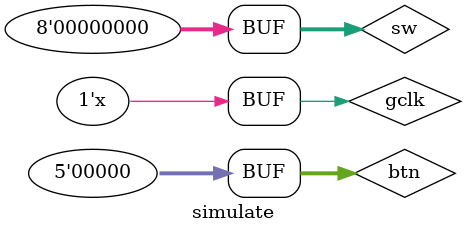
<source format=v>
`timescale 1ns / 1ps


module simulate;

	// Inputs
	reg gclk;
	reg [7:0] sw;
	reg [4:0] btn;

	// Outputs
	wire [7:0] seg;
	wire [3:0] an;
	wire [7:0] led;
	wire [2:0] red;
	wire [2:0] green;
	wire [1:0] blue;
	wire hsync;
	wire vsync;

	// Instantiate the Unit Under Test (UUT)
	beta2demo uut (
		.gclk(gclk), 
		.seg(seg), 
		.an(an), 
		.sw(sw), 
		.btn(btn), 
		.led(led), 
		.red(red), 
		.green(green), 
		.blue(blue), 
		.hsync(hsync), 
		.vsync(vsync)
	);

	always #5 gclk <= !gclk;
	initial begin
		// Initialize Inputs
		gclk = 0;
		sw = 0;
		btn = 0;

		// Wait 100 ns for global reset to finish
		#100;
        
		// Add stimulus here

	end
      
endmodule


</source>
